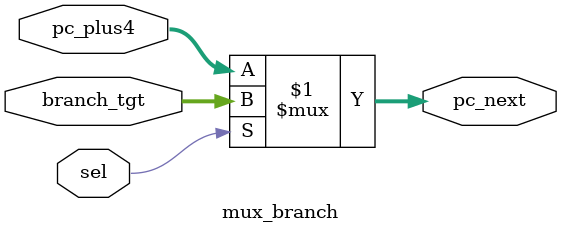
<source format=v>
module mux_branch (
    input wire sel,  // Branch from Control
    input wire [31:0] pc_plus4, branch_tgt,  // PC+4 or PC+imm
    output wire [31:0] pc_next
);

assign pc_next = sel ? branch_tgt : pc_plus4;

endmodule
</source>
